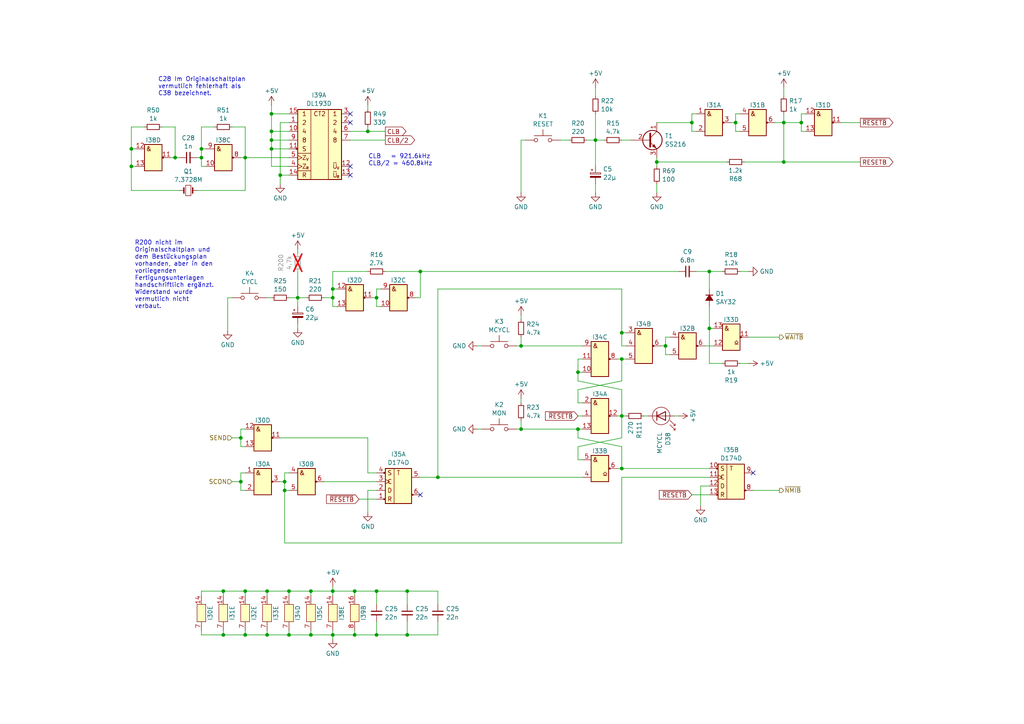
<source format=kicad_sch>
(kicad_sch (version 20230121) (generator eeschema)
  (paper "A4")
  (title_block (title "Takt, Reset, Einzelschrittsteuerung"))
  (junction (at 83.82 171.45))
  (junction (at 102.87 184.15))
  (junction (at 96.52 86.36))
  (junction (at 200.66 35.56))
  (junction (at 151.13 124.46))
  (junction (at 109.22 184.15))
  (junction (at 205.74 95.25))
  (junction (at 77.47 184.15))
  (junction (at 50.8 45.72))
  (junction (at 96.52 184.15))
  (junction (at 127 138.43))
  (junction (at 71.12 171.45))
  (junction (at 190.5 46.99))
  (junction (at 77.47 171.45))
  (junction (at 78.74 33.02))
  (junction (at 82.55 139.7))
  (junction (at 38.1 48.26))
  (junction (at 109.22 171.45))
  (junction (at 118.11 171.45))
  (junction (at 180.34 104.14))
  (junction (at 38.1 43.18))
  (junction (at 227.33 35.56))
  (junction (at 167.64 107.95))
  (junction (at 58.42 43.18))
  (junction (at 82.55 142.24))
  (junction (at 78.74 38.1))
  (junction (at 96.52 171.45))
  (junction (at 58.42 45.72))
  (junction (at 180.34 96.52))
  (junction (at 83.82 184.15))
  (junction (at 193.04 100.33))
  (junction (at 78.74 40.64))
  (junction (at 118.11 184.15))
  (junction (at 121.92 78.74))
  (junction (at 64.77 184.15))
  (junction (at 227.33 46.99))
  (junction (at 69.85 139.7))
  (junction (at 102.87 171.45))
  (junction (at 205.74 78.74))
  (junction (at 96.52 83.82))
  (junction (at 71.12 184.15))
  (junction (at 90.17 184.15))
  (junction (at 69.85 127))
  (junction (at 172.72 40.64))
  (junction (at 109.22 86.36))
  (junction (at 151.13 100.33))
  (junction (at 180.34 120.65))
  (junction (at 180.34 135.89))
  (junction (at 86.36 86.36))
  (junction (at 71.12 45.72))
  (junction (at 106.68 38.1))
  (junction (at 64.77 171.45))
  (junction (at 78.74 43.18))
  (junction (at 213.36 35.56))
  (junction (at 232.41 35.56))
  (junction (at 90.17 171.45))
  (junction (at 81.28 50.8))
  (junction (at 167.64 124.46))
  (no_connect (at 218.44 137.16))
  (no_connect (at 101.6 50.8))
  (no_connect (at 121.92 143.51))
  (no_connect (at 101.6 33.02))
  (no_connect (at 101.6 35.56))
  (no_connect (at 101.6 48.26))
  (wire (pts (xy 180.34 96.52) (xy 181.61 96.52)))
  (wire (pts (xy 215.9 46.99) (xy 227.33 46.99)))
  (wire (pts (xy 50.8 45.72) (xy 50.8 36.83)))
  (wire (pts (xy 180.34 135.89) (xy 179.07 135.89)))
  (wire (pts (xy 180.34 113.03) (xy 180.34 120.65)))
  (wire (pts (xy 77.47 182.88) (xy 77.47 184.15)))
  (wire (pts (xy 104.14 144.78) (xy 109.22 144.78)))
  (wire (pts (xy 58.42 48.26) (xy 58.42 45.72)))
  (wire (pts (xy 118.11 180.34) (xy 118.11 184.15)))
  (wire (pts (xy 58.42 43.18) (xy 59.69 43.18)))
  (wire (pts (xy 200.66 143.51) (xy 205.74 143.51)))
  (wire (pts (xy 90.17 182.88) (xy 90.17 184.15)))
  (wire (pts (xy 83.82 184.15) (xy 90.17 184.15)))
  (wire (pts (xy 58.42 182.88) (xy 58.42 184.15)))
  (wire (pts (xy 214.63 105.41) (xy 217.17 105.41)))
  (wire (pts (xy 194.31 102.87) (xy 193.04 102.87)))
  (wire (pts (xy 120.65 86.36) (xy 121.92 86.36)))
  (wire (pts (xy 205.74 95.25) (xy 205.74 88.9)))
  (wire (pts (xy 151.13 55.88) (xy 151.13 40.64)))
  (wire (pts (xy 57.15 55.245) (xy 71.12 55.245)))
  (wire (pts (xy 39.37 43.18) (xy 38.1 43.18)))
  (wire (pts (xy 167.64 124.46) (xy 167.64 127)))
  (wire (pts (xy 82.55 157.48) (xy 180.34 157.48)))
  (wire (pts (xy 82.55 142.24) (xy 82.55 157.48)))
  (wire (pts (xy 52.07 55.245) (xy 38.1 55.245)))
  (wire (pts (xy 83.82 48.26) (xy 78.74 48.26)))
  (wire (pts (xy 151.13 91.44) (xy 151.13 92.71)))
  (wire (pts (xy 127 138.43) (xy 168.91 138.43)))
  (wire (pts (xy 96.52 78.74) (xy 96.52 83.82)))
  (wire (pts (xy 190.5 46.99) (xy 190.5 48.26)))
  (wire (pts (xy 172.72 25.4) (xy 172.72 27.94)))
  (wire (pts (xy 217.17 97.79) (xy 226.06 97.79)))
  (wire (pts (xy 167.64 120.65) (xy 168.91 120.65)))
  (wire (pts (xy 78.74 38.1) (xy 78.74 40.64)))
  (wire (pts (xy 109.22 180.34) (xy 109.22 184.15)))
  (wire (pts (xy 90.17 171.45) (xy 96.52 171.45)))
  (wire (pts (xy 78.74 30.48) (xy 78.74 33.02)))
  (wire (pts (xy 179.07 104.14) (xy 180.34 104.14)))
  (wire (pts (xy 107.95 86.36) (xy 109.22 86.36)))
  (wire (pts (xy 180.34 40.64) (xy 182.88 40.64)))
  (wire (pts (xy 67.31 127) (xy 69.85 127)))
  (wire (pts (xy 93.98 86.36) (xy 96.52 86.36)))
  (wire (pts (xy 66.04 86.36) (xy 66.04 95.885)))
  (wire (pts (xy 71.12 142.24) (xy 69.85 142.24)))
  (wire (pts (xy 78.74 33.02) (xy 83.82 33.02)))
  (wire (pts (xy 180.34 96.52) (xy 180.34 83.82)))
  (wire (pts (xy 64.77 171.45) (xy 71.12 171.45)))
  (wire (pts (xy 151.13 115.57) (xy 151.13 116.84)))
  (wire (pts (xy 167.64 104.14) (xy 167.64 107.95)))
  (wire (pts (xy 203.2 140.97) (xy 203.2 146.685)))
  (wire (pts (xy 138.43 124.46) (xy 139.7 124.46)))
  (wire (pts (xy 151.13 121.92) (xy 151.13 124.46)))
  (wire (pts (xy 96.52 184.15) (xy 102.87 184.15)))
  (wire (pts (xy 127 171.45) (xy 127 175.26)))
  (wire (pts (xy 96.52 171.45) (xy 96.52 172.72)))
  (wire (pts (xy 168.91 116.84) (xy 167.64 116.84)))
  (wire (pts (xy 69.85 124.46) (xy 71.12 124.46)))
  (wire (pts (xy 200.66 35.56) (xy 200.66 33.02)))
  (wire (pts (xy 109.22 137.16) (xy 106.68 137.16)))
  (wire (pts (xy 86.36 86.36) (xy 86.36 88.9)))
  (wire (pts (xy 71.12 182.88) (xy 71.12 184.15)))
  (wire (pts (xy 109.22 86.36) (xy 109.22 83.82)))
  (wire (pts (xy 109.22 184.15) (xy 118.11 184.15)))
  (wire (pts (xy 64.77 171.45) (xy 64.77 172.72)))
  (wire (pts (xy 106.68 78.74) (xy 96.52 78.74)))
  (wire (pts (xy 201.93 38.1) (xy 200.66 38.1)))
  (wire (pts (xy 205.74 78.74) (xy 209.55 78.74)))
  (wire (pts (xy 181.61 100.33) (xy 180.34 100.33)))
  (wire (pts (xy 190.5 53.34) (xy 190.5 55.88)))
  (wire (pts (xy 83.82 171.45) (xy 90.17 171.45)))
  (wire (pts (xy 121.92 78.74) (xy 196.85 78.74)))
  (wire (pts (xy 109.22 142.24) (xy 106.68 142.24)))
  (wire (pts (xy 101.6 40.64) (xy 111.76 40.64)))
  (wire (pts (xy 180.34 157.48) (xy 180.34 138.43)))
  (wire (pts (xy 102.87 182.88) (xy 102.87 184.15)))
  (wire (pts (xy 69.85 129.54) (xy 69.85 127)))
  (wire (pts (xy 58.42 184.15) (xy 64.77 184.15)))
  (wire (pts (xy 102.87 184.15) (xy 109.22 184.15)))
  (wire (pts (xy 49.53 45.72) (xy 50.8 45.72)))
  (wire (pts (xy 81.28 127) (xy 106.68 127)))
  (wire (pts (xy 58.42 171.45) (xy 64.77 171.45)))
  (wire (pts (xy 243.84 35.56) (xy 249.555 35.56)))
  (wire (pts (xy 86.36 78.74) (xy 86.36 86.36)))
  (wire (pts (xy 121.92 78.74) (xy 121.92 86.36)))
  (wire (pts (xy 96.52 83.82) (xy 96.52 86.36)))
  (wire (pts (xy 180.34 135.89) (xy 205.74 135.89)))
  (wire (pts (xy 172.72 33.02) (xy 172.72 40.64)))
  (wire (pts (xy 78.74 40.64) (xy 78.74 43.18)))
  (wire (pts (xy 232.41 35.56) (xy 232.41 38.1)))
  (wire (pts (xy 233.68 38.1) (xy 232.41 38.1)))
  (wire (pts (xy 106.68 137.16) (xy 106.68 127)))
  (wire (pts (xy 191.77 100.33) (xy 193.04 100.33)))
  (wire (pts (xy 106.68 38.1) (xy 111.76 38.1)))
  (wire (pts (xy 167.64 107.95) (xy 167.64 110.49)))
  (wire (pts (xy 110.49 88.9) (xy 109.22 88.9)))
  (wire (pts (xy 207.01 95.25) (xy 205.74 95.25)))
  (wire (pts (xy 69.85 139.7) (xy 69.85 137.16)))
  (wire (pts (xy 193.04 102.87) (xy 193.04 100.33)))
  (wire (pts (xy 201.93 78.74) (xy 205.74 78.74)))
  (wire (pts (xy 180.34 129.54) (xy 180.34 135.89)))
  (wire (pts (xy 69.85 137.16) (xy 71.12 137.16)))
  (wire (pts (xy 96.52 83.82) (xy 97.79 83.82)))
  (wire (pts (xy 69.85 127) (xy 69.85 124.46)))
  (wire (pts (xy 200.66 35.56) (xy 200.66 38.1)))
  (wire (pts (xy 71.12 171.45) (xy 71.12 172.72)))
  (wire (pts (xy 83.82 171.45) (xy 83.82 172.72)))
  (wire (pts (xy 118.11 171.45) (xy 127 171.45)))
  (wire (pts (xy 212.09 35.56) (xy 213.36 35.56)))
  (wire (pts (xy 71.12 45.72) (xy 83.82 45.72)))
  (wire (pts (xy 118.11 184.15) (xy 127 184.15)))
  (wire (pts (xy 96.52 184.15) (xy 96.52 185.42)))
  (wire (pts (xy 38.1 43.18) (xy 38.1 48.26)))
  (wire (pts (xy 195.58 120.65) (xy 196.85 120.65)))
  (wire (pts (xy 81.28 35.56) (xy 83.82 35.56)))
  (wire (pts (xy 149.86 124.46) (xy 151.13 124.46)))
  (wire (pts (xy 83.82 182.88) (xy 83.82 184.15)))
  (wire (pts (xy 186.69 120.65) (xy 187.96 120.65)))
  (wire (pts (xy 90.17 184.15) (xy 96.52 184.15)))
  (wire (pts (xy 38.1 55.245) (xy 38.1 48.26)))
  (wire (pts (xy 151.13 124.46) (xy 167.64 124.46)))
  (wire (pts (xy 170.18 40.64) (xy 172.72 40.64)))
  (wire (pts (xy 62.23 36.83) (xy 58.42 36.83)))
  (wire (pts (xy 102.87 171.45) (xy 102.87 172.72)))
  (wire (pts (xy 77.47 184.15) (xy 83.82 184.15)))
  (wire (pts (xy 71.12 184.15) (xy 77.47 184.15)))
  (wire (pts (xy 172.72 53.34) (xy 172.72 55.88)))
  (wire (pts (xy 64.77 182.88) (xy 64.77 184.15)))
  (wire (pts (xy 38.1 48.26) (xy 39.37 48.26)))
  (wire (pts (xy 214.63 78.74) (xy 217.17 78.74)))
  (wire (pts (xy 102.87 171.45) (xy 109.22 171.45)))
  (wire (pts (xy 81.28 139.7) (xy 82.55 139.7)))
  (wire (pts (xy 193.04 97.79) (xy 194.31 97.79)))
  (wire (pts (xy 81.28 50.8) (xy 83.82 50.8)))
  (wire (pts (xy 180.34 127) (xy 180.34 120.65)))
  (wire (pts (xy 82.55 139.7) (xy 82.55 142.24)))
  (wire (pts (xy 96.52 170.18) (xy 96.52 171.45)))
  (wire (pts (xy 190.5 46.99) (xy 210.82 46.99)))
  (wire (pts (xy 81.28 50.8) (xy 81.28 35.56)))
  (wire (pts (xy 109.22 171.45) (xy 109.22 175.26)))
  (wire (pts (xy 224.79 35.56) (xy 227.33 35.56)))
  (wire (pts (xy 179.07 120.65) (xy 180.34 120.65)))
  (wire (pts (xy 71.12 129.54) (xy 69.85 129.54)))
  (wire (pts (xy 67.31 36.83) (xy 71.12 36.83)))
  (wire (pts (xy 77.47 171.45) (xy 83.82 171.45)))
  (wire (pts (xy 78.74 43.18) (xy 78.74 48.26)))
  (wire (pts (xy 127 184.15) (xy 127 180.34)))
  (wire (pts (xy 38.1 36.83) (xy 38.1 43.18)))
  (wire (pts (xy 50.8 45.72) (xy 52.07 45.72)))
  (wire (pts (xy 86.36 93.98) (xy 86.36 95.25)))
  (wire (pts (xy 83.82 86.36) (xy 86.36 86.36)))
  (wire (pts (xy 180.34 138.43) (xy 205.74 138.43)))
  (wire (pts (xy 167.64 133.35) (xy 167.64 129.54)))
  (wire (pts (xy 90.17 171.45) (xy 90.17 172.72)))
  (wire (pts (xy 86.36 86.36) (xy 88.9 86.36)))
  (wire (pts (xy 167.64 110.49) (xy 180.34 113.03)))
  (wire (pts (xy 227.33 25.4) (xy 227.33 27.94)))
  (wire (pts (xy 71.12 55.245) (xy 71.12 45.72)))
  (wire (pts (xy 96.52 171.45) (xy 102.87 171.45)))
  (wire (pts (xy 233.68 33.02) (xy 232.41 33.02)))
  (wire (pts (xy 106.68 36.83) (xy 106.68 38.1)))
  (wire (pts (xy 96.52 86.36) (xy 96.52 88.9)))
  (wire (pts (xy 58.42 45.72) (xy 58.42 43.18)))
  (wire (pts (xy 82.55 137.16) (xy 83.82 137.16)))
  (wire (pts (xy 67.31 86.36) (xy 66.04 86.36)))
  (wire (pts (xy 69.85 45.72) (xy 71.12 45.72)))
  (wire (pts (xy 58.42 36.83) (xy 58.42 43.18)))
  (wire (pts (xy 46.99 36.83) (xy 50.8 36.83)))
  (wire (pts (xy 81.28 53.34) (xy 81.28 50.8)))
  (wire (pts (xy 101.6 38.1) (xy 106.68 38.1)))
  (wire (pts (xy 205.74 95.25) (xy 205.74 105.41)))
  (wire (pts (xy 167.64 107.95) (xy 168.91 107.95)))
  (wire (pts (xy 227.33 46.99) (xy 227.33 35.56)))
  (wire (pts (xy 71.12 171.45) (xy 77.47 171.45)))
  (wire (pts (xy 205.74 78.74) (xy 205.74 83.82)))
  (wire (pts (xy 180.34 110.49) (xy 180.34 104.14)))
  (wire (pts (xy 168.91 133.35) (xy 167.64 133.35)))
  (wire (pts (xy 180.34 120.65) (xy 181.61 120.65)))
  (wire (pts (xy 232.41 33.02) (xy 232.41 35.56)))
  (wire (pts (xy 151.13 100.33) (xy 168.91 100.33)))
  (wire (pts (xy 167.64 129.54) (xy 180.34 127)))
  (wire (pts (xy 200.66 33.02) (xy 201.93 33.02)))
  (wire (pts (xy 172.72 40.64) (xy 172.72 48.26)))
  (wire (pts (xy 193.04 100.33) (xy 193.04 97.79)))
  (wire (pts (xy 205.74 140.97) (xy 203.2 140.97)))
  (wire (pts (xy 82.55 137.16) (xy 82.55 139.7)))
  (wire (pts (xy 109.22 171.45) (xy 118.11 171.45)))
  (wire (pts (xy 109.22 88.9) (xy 109.22 86.36)))
  (wire (pts (xy 180.34 100.33) (xy 180.34 96.52)))
  (wire (pts (xy 71.12 45.72) (xy 71.12 36.83)))
  (wire (pts (xy 96.52 182.88) (xy 96.52 184.15)))
  (wire (pts (xy 167.64 127) (xy 180.34 129.54)))
  (wire (pts (xy 41.91 36.83) (xy 38.1 36.83)))
  (wire (pts (xy 213.36 38.1) (xy 213.36 35.56)))
  (wire (pts (xy 78.74 38.1) (xy 83.82 38.1)))
  (wire (pts (xy 57.15 45.72) (xy 58.42 45.72)))
  (wire (pts (xy 227.33 35.56) (xy 227.33 33.02)))
  (wire (pts (xy 97.79 88.9) (xy 96.52 88.9)))
  (wire (pts (xy 93.98 139.7) (xy 109.22 139.7)))
  (wire (pts (xy 167.64 113.03) (xy 180.34 110.49)))
  (wire (pts (xy 205.74 105.41) (xy 209.55 105.41)))
  (wire (pts (xy 127 83.82) (xy 127 138.43)))
  (wire (pts (xy 121.92 78.74) (xy 111.76 78.74)))
  (wire (pts (xy 67.31 139.7) (xy 69.85 139.7)))
  (wire (pts (xy 214.63 38.1) (xy 213.36 38.1)))
  (wire (pts (xy 190.5 45.72) (xy 190.5 46.99)))
  (wire (pts (xy 77.47 171.45) (xy 77.47 172.72)))
  (wire (pts (xy 121.92 138.43) (xy 127 138.43)))
  (wire (pts (xy 204.47 100.33) (xy 207.01 100.33)))
  (wire (pts (xy 106.68 142.24) (xy 106.68 148.59)))
  (wire (pts (xy 64.77 184.15) (xy 71.12 184.15)))
  (wire (pts (xy 86.36 72.39) (xy 86.36 73.66)))
  (wire (pts (xy 218.44 142.24) (xy 226.06 142.24)))
  (wire (pts (xy 213.36 35.56) (xy 213.36 33.02)))
  (wire (pts (xy 58.42 172.72) (xy 58.42 171.45)))
  (wire (pts (xy 138.43 100.33) (xy 139.7 100.33)))
  (wire (pts (xy 118.11 171.45) (xy 118.11 175.26)))
  (wire (pts (xy 69.85 142.24) (xy 69.85 139.7)))
  (wire (pts (xy 180.34 104.14) (xy 181.61 104.14)))
  (wire (pts (xy 78.74 40.64) (xy 83.82 40.64)))
  (wire (pts (xy 59.69 48.26) (xy 58.42 48.26)))
  (wire (pts (xy 106.68 30.48) (xy 106.68 31.75)))
  (wire (pts (xy 167.64 104.14) (xy 168.91 104.14)))
  (wire (pts (xy 190.5 35.56) (xy 200.66 35.56)))
  (wire (pts (xy 167.64 116.84) (xy 167.64 113.03)))
  (wire (pts (xy 213.36 33.02) (xy 214.63 33.02)))
  (wire (pts (xy 180.34 83.82) (xy 127 83.82)))
  (wire (pts (xy 83.82 142.24) (xy 82.55 142.24)))
  (wire (pts (xy 109.22 83.82) (xy 110.49 83.82)))
  (wire (pts (xy 232.41 35.56) (xy 227.33 35.56)))
  (wire (pts (xy 227.33 46.99) (xy 249.555 46.99)))
  (wire (pts (xy 151.13 40.64) (xy 152.4 40.64)))
  (wire (pts (xy 162.56 40.64) (xy 165.1 40.64)))
  (wire (pts (xy 172.72 40.64) (xy 175.26 40.64)))
  (wire (pts (xy 77.47 86.36) (xy 78.74 86.36)))
  (wire (pts (xy 151.13 97.79) (xy 151.13 100.33)))
  (wire (pts (xy 149.86 100.33) (xy 151.13 100.33)))
  (wire (pts (xy 167.64 124.46) (xy 168.91 124.46)))
  (wire (pts (xy 78.74 43.18) (xy 83.82 43.18)))
  (wire (pts (xy 78.74 33.02) (xy 78.74 38.1)))
  (text_box "R200 nicht im Originalschaltplan und dem Bestückungsplan vorhanden, aber in den vorliegenden Fertigungsunterlagen handschriftlich ergänzt. Widerstand wurde vermutlich nicht verbaut." (at 38.1 68.58 0) (size 25.4 22.86) (stroke (width -0.0001)) (effects (font (size 1.27 1.27)) (justify left top)))
  (text "C28 Im Originalschaltplan\nvermutlich fehlerhaft als\nC38 bezeichnet." (at 45.847 27.94 0) (effects (font (size 1.27 1.27)) (justify left bottom)))
  (text "CLB   = 921.6kHz\nCLB/2 = 460.8kHz" (at 106.807 48.26 0) (effects (font (size 1.27 1.27)) (justify left bottom)))
  (global_label "~{RESETB}" (shape input) (at 104.14 144.78 180) (property "Intersheetrefs" "${INTERSHEET_REFS}" (effects hide)))
  (global_label "~{RESETB}" (shape input) (at 200.66 143.51 180) (property "Intersheetrefs" "${INTERSHEET_REFS}" (effects hide)))
  (global_label "~{RESETB}" (shape input) (at 167.64 120.65 180) (property "Intersheetrefs" "${INTERSHEET_REFS}" (effects hide)))
  (global_label "CLB" (shape output) (at 111.76 38.1 0) (property "Intersheetrefs" "${INTERSHEET_REFS}" (effects hide)))
  (global_label "CLB{slash}2" (shape output) (at 111.76 40.64 0) (property "Intersheetrefs" "${INTERSHEET_REFS}" (effects hide)))
  (global_label "RESETB" (shape output) (at 249.555 46.99 0) (property "Intersheetrefs" "${INTERSHEET_REFS}" (effects hide)))
  (global_label "~{RESETB}" (shape output) (at 249.555 35.56 0) (property "Intersheetrefs" "${INTERSHEET_REFS}" (effects hide)))
  (hierarchical_label "~{WAITB}" (shape output) (at 226.06 97.79 0))
  (hierarchical_label "~{NMIB}" (shape output) (at 226.06 142.24 0))
  (hierarchical_label "SCON" (shape input) (at 67.31 139.7 180))
  (hierarchical_label "SEND" (shape input) (at 67.31 127 180))
  (symbol (lib_name "D110D_2") (lib_id "RFT_Digitalschaltkreise:D110D") (at 173.99 120.65 0) (unit 1)
    (property "Reference" "I34" (at 173.99 114.3 0))
    (property "Value" "D110D" (effects hide))
    (property "Datasheet" "https://www-user.tu-chemnitz.de/~heha/basteln/Konsumg%C3%BCter/DDR-Halbleiter/d110.gif" (effects hide))
  )
  (symbol (lib_id "power:GND") (at 138.43 100.33 270) (unit 1)
    (property "Reference" "#PWR056" (effects hide))
    (property "Value" "GND" (at 135.2551 100.33 90) (effects (justify right)))
  )
  (symbol (lib_id "power:+5V") (at 78.74 30.48 0) (unit 1)
    (property "Reference" "#PWR043" (effects hide))
    (property "Value" "+5V" (at 78.74 26.3469 0))
  )
  (symbol (lib_id "Device:C_Small") (at 199.39 78.74 90) (unit 1)
    (property "Reference" "C9" (at 199.3963 73.0336 90))
    (property "Value" "6.8n" (at 199.3963 75.4578 90))
  )
  (symbol (lib_id "Device:Crystal_Small") (at 54.61 55.245 0) (unit 1)
    (property "Reference" "Q1" (at 54.61 49.7037 0))
    (property "Value" "7.3728M" (at 54.61 52.1279 0))
  )
  (symbol (lib_id "power:GND") (at 86.36 95.25 0) (unit 1)
    (property "Reference" "#PWR058" (effects hide))
    (property "Value" "GND" (at 86.36 99.3831 0))
  )
  (symbol (lib_id "power:GND") (at 203.2 146.685 0) (unit 1)
    (property "Reference" "#PWR052" (effects hide))
    (property "Value" "GND" (at 203.2 150.8181 0))
  )
  (symbol (lib_id "RFT_Digitalschaltkreise:D103D") (at 173.99 135.89 0) (unit 2)
    (property "Reference" "I33" (at 173.99 130.81 0))
    (property "Value" "D103D" (effects hide))
    (property "Datasheet" "https://www-user.tu-chemnitz.de/~heha/basteln/Konsumg%C3%BCter/DDR-Halbleiter/d103.gif" (effects hide))
  )
  (symbol (lib_id "power:GND") (at 151.13 55.88 0) (unit 1)
    (property "Reference" "#PWR049" (effects hide))
    (property "Value" "GND" (at 151.13 60.0131 0))
  )
  (symbol (lib_id "RFT_Digitalschaltkreise:D100D") (at 199.39 100.33 0) (unit 2)
    (property "Reference" "I32" (at 199.39 95.25 0))
    (property "Value" "D100D" (effects hide))
    (property "Datasheet" "https://www-user.tu-chemnitz.de/~heha/basteln/Konsumg%C3%BCter/DDR-Halbleiter/d100.gif" (effects hide))
  )
  (symbol (lib_id "Switch:SW_Push") (at 144.78 124.46 0) (unit 1)
    (property "Reference" "K2" (at 144.78 117.3947 0))
    (property "Value" "MON" (at 144.78 119.8189 0))
  )
  (symbol (lib_id "Device:R_Small") (at 151.13 95.25 0) (unit 1)
    (property "Reference" "R24" (at 152.6286 94.0379 0) (effects (justify left)))
    (property "Value" "4.7k" (at 152.6286 96.4621 0) (effects (justify left)))
  )
  (symbol (lib_id "Device:C_Polarized_Small") (at 86.36 91.44 0) (unit 1)
    (property "Reference" "C6" (at 88.519 89.6818 0) (effects (justify left)))
    (property "Value" "22µ" (at 88.519 92.106 0) (effects (justify left)))
  )
  (symbol (lib_id "Device:R_Small") (at 184.15 120.65 270) (unit 1)
    (property "Reference" "R111" (at 185.3621 122.1486 0) (effects (justify left)))
    (property "Value" "270" (at 182.9379 122.1486 0) (effects (justify left)))
  )
  (symbol (lib_id "RFT_Digitalschaltkreise:D100D") (at 64.77 177.8 0) (unit 5)
    (property "Reference" "I31" (at 67.31 177.8 90))
    (property "Value" "D100D" (effects hide))
    (property "Datasheet" "https://www-user.tu-chemnitz.de/~heha/basteln/Konsumg%C3%BCter/DDR-Halbleiter/d100.gif" (effects hide))
  )
  (symbol (lib_id "Device:R_Small") (at 106.68 34.29 180) (unit 1)
    (property "Reference" "R49" (at 108.1786 33.0779 0) (effects (justify right)))
    (property "Value" "330" (at 108.1786 35.5021 0) (effects (justify right)))
  )
  (symbol (lib_id "Switch:SW_Push") (at 144.78 100.33 0) (unit 1)
    (property "Reference" "K3" (at 144.78 93.2647 0))
    (property "Value" "MCYCL" (at 144.78 95.6889 0))
  )
  (symbol (lib_id "power:GND") (at 190.5 55.88 0) (unit 1)
    (property "Reference" "#PWR048" (effects hide))
    (property "Value" "GND" (at 190.5 60.0131 0))
  )
  (symbol (lib_id "Device:R_Small") (at 81.28 86.36 90) (unit 1)
    (property "Reference" "R25" (at 81.28 81.4791 90))
    (property "Value" "150" (at 81.28 83.9033 90))
  )
  (symbol (lib_id "Device:R_Small") (at 212.09 78.74 270) (mirror x) (unit 1)
    (property "Reference" "R18" (at 212.09 73.8591 90))
    (property "Value" "1.2k" (at 212.09 76.2833 90))
  )
  (symbol (lib_id "power:GND") (at 66.04 95.885 0) (unit 1)
    (property "Reference" "#PWR059" (effects hide))
    (property "Value" "GND" (at 66.04 100.0181 0))
  )
  (symbol (lib_id "power:GND") (at 217.17 78.74 90) (unit 1)
    (property "Reference" "#PWR061" (effects hide))
    (property "Value" "GND" (at 220.345 78.74 90) (effects (justify right)))
  )
  (symbol (lib_id "power:+5V") (at 196.85 120.65 270) (unit 1)
    (property "Reference" "#PWR057" (effects hide))
    (property "Value" "+5V" (at 200.9831 120.65 0))
  )
  (symbol (lib_id "RFT_Digitalschaltkreise:D174D") (at 115.57 140.97 0) (unit 1)
    (property "Reference" "I35" (at 115.57 131.7457 0))
    (property "Value" "D174D" (at 115.57 134.1699 0))
    (property "Datasheet" "https://www-user.tu-chemnitz.de/~heha/basteln/Konsumg%C3%BCter/DDR-Halbleiter/d174.gif" (effects hide))
  )
  (symbol (lib_id "RFT_Digitalschaltkreise:DL193D") (at 92.71 41.91 0) (unit 1)
    (property "Reference" "I39" (at 92.5195 27.6057 0))
    (property "Value" "DL193D" (at 92.5195 30.0299 0))
    (property "Datasheet" "https://www-user.tu-chemnitz.de/~heha/basteln/Konsumg%C3%BCter/DDR-Halbleiter/dl192.gif" (effects hide))
  )
  (symbol (lib_id "RFT_Digitalschaltkreise:D100D") (at 71.12 177.8 0) (unit 5)
    (property "Reference" "I32" (at 73.66 177.8 90))
    (property "Value" "D100D" (effects hide))
    (property "Datasheet" "https://www-user.tu-chemnitz.de/~heha/basteln/Konsumg%C3%BCter/DDR-Halbleiter/d100.gif" (effects hide))
  )
  (symbol (lib_id "Device:R_Small") (at 86.36 76.2 180) (unit 1) (in_bom no) (dnp yes)
    (property "Reference" "R200" (at 81.4791 76.2 90))
    (property "Value" "4.7k" (at 83.9033 76.2 90))
  )
  (symbol (lib_id "RFT_Digitalschaltkreise:D110D") (at 83.82 177.8 0) (unit 4)
    (property "Reference" "I34" (at 86.36 177.8 90))
    (property "Value" "D110D" (effects hide))
    (property "Datasheet" "https://www-user.tu-chemnitz.de/~heha/basteln/Konsumg%C3%BCter/DDR-Halbleiter/d110.gif" (effects hide))
  )
  (symbol (lib_id "Switch:SW_Push") (at 157.48 40.64 0) (unit 1)
    (property "Reference" "K1" (at 157.48 33.5747 0))
    (property "Value" "RESET" (at 157.48 35.9989 0))
  )
  (symbol (lib_id "RFT_Digitalschaltkreise:D100D") (at 76.2 127 0) (unit 4)
    (property "Reference" "I30" (at 76.2 121.92 0))
    (property "Value" "D100D" (effects hide))
    (property "Datasheet" "https://www-user.tu-chemnitz.de/~heha/basteln/Konsumg%C3%BCter/DDR-Halbleiter/d100.gif" (effects hide))
  )
  (symbol (lib_id "power:GND") (at 106.68 148.59 0) (unit 1)
    (property "Reference" "#PWR051" (effects hide))
    (property "Value" "GND" (at 106.68 152.7231 0))
  )
  (symbol (lib_id "Device:R_Small") (at 151.13 119.38 0) (unit 1)
    (property "Reference" "R23" (at 152.6286 118.1679 0) (effects (justify left)))
    (property "Value" "4.7k" (at 152.6286 120.5921 0) (effects (justify left)))
  )
  (symbol (lib_id "RFT_Transistoren_und_Dioden:SS216") (at 187.96 40.64 0) (unit 1)
    (property "Reference" "T1" (at 192.8114 39.4279 0) (effects (justify left)))
    (property "Value" "SS216" (at 192.8114 41.8521 0) (effects (justify left)))
    (property "Footprint" "RFT_sonstiges:T_E-Line_P2.5mm_Vertical" (effects hide))
    (property "Datasheet" "https://www-user.tu-chemnitz.de/~heha/basteln/Konsumg%C3%BCter/DDR-Halbleiter/ss216.gif" (effects hide))
  )
  (symbol (lib_id "Device:R_Small") (at 91.44 86.36 90) (unit 1)
    (property "Reference" "R21" (at 91.44 81.4791 90))
    (property "Value" "220" (at 91.44 83.9033 90))
  )
  (symbol (lib_id "Device:C_Polarized_Small") (at 172.72 50.8 0) (unit 1)
    (property "Reference" "C5" (at 174.879 49.0418 0) (effects (justify left)))
    (property "Value" "22µ" (at 174.879 51.466 0) (effects (justify left)))
  )
  (symbol (lib_id "power:+5V") (at 227.33 25.4 0) (unit 1)
    (property "Reference" "#PWR050" (effects hide))
    (property "Value" "+5V" (at 227.33 21.2669 0))
  )
  (symbol (lib_id "power:+5V") (at 151.13 115.57 0) (unit 1)
    (property "Reference" "#PWR053" (effects hide))
    (property "Value" "+5V" (at 151.13 111.4369 0))
  )
  (symbol (lib_id "RFT_Digitalschaltkreise:DL193D") (at 102.87 177.8 0) (unit 2)
    (property "Reference" "I39" (at 105.41 177.8 90))
    (property "Value" "DL193D" (effects hide))
    (property "Datasheet" "https://www-user.tu-chemnitz.de/~heha/basteln/Konsumg%C3%BCter/DDR-Halbleiter/dl192.gif" (effects hide))
  )
  (symbol (lib_id "RFT_Digitalschaltkreise:D100D") (at 88.9 139.7 0) (unit 2)
    (property "Reference" "I30" (at 88.9 134.62 0))
    (property "Value" "D100D" (effects hide))
    (property "Datasheet" "https://www-user.tu-chemnitz.de/~heha/basteln/Konsumg%C3%BCter/DDR-Halbleiter/d100.gif" (effects hide))
  )
  (symbol (lib_id "RFT_Transistoren_und_Dioden:SAY32") (at 205.74 86.36 270) (unit 1)
    (property "Reference" "D1" (at 207.518 85.1479 90) (effects (justify left)))
    (property "Value" "SAY32" (at 207.518 87.5721 90) (effects (justify left)))
    (property "Footprint" "RFT_sonstiges:D_E-Line_01x02_P2.5mm_Vertical_KA" (effects hide))
    (property "Datasheet" "https://www-user.tu-chemnitz.de/~heha/basteln/Konsumg%C3%BCter/DDR-Halbleiter/say30.gif" (effects hide))
  )
  (symbol (lib_id "Device:R_Small") (at 212.09 105.41 270) (unit 1)
    (property "Reference" "R19" (at 212.09 110.2909 90))
    (property "Value" "1k" (at 212.09 107.8667 90))
  )
  (symbol (lib_name "D110D_1") (lib_id "RFT_Digitalschaltkreise:D110D") (at 186.69 100.33 0) (unit 2)
    (property "Reference" "I34" (at 186.69 93.98 0))
    (property "Value" "D110D" (effects hide))
    (property "Datasheet" "https://www-user.tu-chemnitz.de/~heha/basteln/Konsumg%C3%BCter/DDR-Halbleiter/d110.gif" (effects hide))
  )
  (symbol (lib_id "power:+5V") (at 96.52 170.18 0) (unit 1)
    (property "Reference" "#PWR062" (effects hide))
    (property "Value" "+5V" (at 96.52 166.0469 0))
  )
  (symbol (lib_id "RFT_Digitalschaltkreise:D100D") (at 64.77 45.72 0) (unit 3)
    (property "Reference" "I38" (at 64.77 40.64 0))
    (property "Value" "D100D" (effects hide))
    (property "Datasheet" "https://www-user.tu-chemnitz.de/~heha/basteln/Konsumg%C3%BCter/DDR-Halbleiter/d100.gif" (effects hide))
  )
  (symbol (lib_id "Switch:SW_Push") (at 72.39 86.36 0) (unit 1)
    (property "Reference" "K4" (at 72.39 79.2947 0))
    (property "Value" "CYCL" (at 72.39 81.7189 0))
  )
  (symbol (lib_id "power:GND") (at 138.43 124.46 270) (unit 1)
    (property "Reference" "#PWR055" (effects hide))
    (property "Value" "GND" (at 135.2551 124.46 90) (effects (justify right)))
  )
  (symbol (lib_id "power:+5V") (at 172.72 25.4 0) (unit 1)
    (property "Reference" "#PWR046" (effects hide))
    (property "Value" "+5V" (at 172.72 21.2669 0))
  )
  (symbol (lib_id "RFT_Digitalschaltkreise:D174D") (at 90.17 177.8 0) (unit 3)
    (property "Reference" "I35" (at 92.71 177.8 90))
    (property "Value" "D174D" (effects hide))
    (property "Datasheet" "https://www-user.tu-chemnitz.de/~heha/basteln/Konsumg%C3%BCter/DDR-Halbleiter/d174.gif" (effects hide))
  )
  (symbol (lib_id "power:GND") (at 172.72 55.88 0) (unit 1)
    (property "Reference" "#PWR047" (effects hide))
    (property "Value" "GND" (at 172.72 60.0131 0))
  )
  (symbol (lib_id "RFT_Digitalschaltkreise:D100D") (at 44.45 45.72 0) (unit 4)
    (property "Reference" "I38" (at 44.45 40.64 0))
    (property "Value" "D100D" (effects hide))
    (property "Datasheet" "https://www-user.tu-chemnitz.de/~heha/basteln/Konsumg%C3%BCter/DDR-Halbleiter/d100.gif" (effects hide))
  )
  (symbol (lib_id "Device:C_Small") (at 109.22 177.8 0) (unit 1)
    (property "Reference" "C25" (at 111.5441 176.5942 0) (effects (justify left)))
    (property "Value" "22n" (at 111.5441 179.0184 0) (effects (justify left)))
    (instances (project "pc880" (path "" (reference "C25") (unit 1)) (path "" (reference "C7") (unit 1))))
  )
  (symbol (lib_id "Device:C_Small") (at 118.11 177.8 0) (unit 1)
    (property "Reference" "C25" (at 120.4341 176.5942 0) (effects (justify left)))
    (property "Value" "22n" (at 120.4341 179.0184 0) (effects (justify left)))
    (instances (project "pc880" (path "" (reference "C25") (unit 1)) (path "" (reference "C8") (unit 1))))
  )
  (symbol (lib_id "power:GND") (at 96.52 185.42 0) (unit 1)
    (property "Reference" "#PWR063" (effects hide))
    (property "Value" "GND" (at 96.52 189.5531 0))
  )
  (symbol (lib_id "RFT_Digitalschaltkreise:D100D") (at 207.01 35.56 0) (unit 1)
    (property "Reference" "I31" (at 207.01 30.48 0))
    (property "Value" "D100D" (effects hide))
    (property "Datasheet" "https://www-user.tu-chemnitz.de/~heha/basteln/Konsumg%C3%BCter/DDR-Halbleiter/d100.gif" (effects hide))
  )
  (symbol (lib_id "RFT_Digitalschaltkreise:D100D") (at 102.87 86.36 0) (unit 4)
    (property "Reference" "I32" (at 102.87 81.28 0))
    (property "Value" "D100D" (effects hide))
    (property "Datasheet" "https://www-user.tu-chemnitz.de/~heha/basteln/Konsumg%C3%BCter/DDR-Halbleiter/d100.gif" (effects hide))
  )
  (symbol (lib_id "Device:C_Small") (at 127 177.8 0) (unit 1)
    (property "Reference" "C25" (at 129.3241 176.5942 0) (effects (justify left)))
    (property "Value" "22n" (at 129.3241 179.0184 0) (effects (justify left)))
    (instances (project "pc880" (path "" (reference "C25") (unit 1)) (path "" (reference "C27") (unit 1))))
  )
  (symbol (lib_id "Device:C_Small") (at 54.61 45.72 90) (unit 1)
    (property "Reference" "C28" (at 54.6163 40.0136 90))
    (property "Value" "1n" (at 54.6163 42.4378 90))
  )
  (symbol (lib_id "RFT_Digitalschaltkreise:D174D") (at 212.09 139.7 0) (unit 2)
    (property "Reference" "I35" (at 212.09 130.4757 0))
    (property "Value" "D174D" (at 212.09 132.8999 0))
    (property "Datasheet" "https://www-user.tu-chemnitz.de/~heha/basteln/Konsumg%C3%BCter/DDR-Halbleiter/d174.gif" (effects hide))
  )
  (symbol (lib_id "power:+5V") (at 106.68 30.48 0) (unit 1)
    (property "Reference" "#PWR045" (effects hide))
    (property "Value" "+5V" (at 106.68 26.3469 0))
  )
  (symbol (lib_id "Device:R_Small") (at 109.22 78.74 90) (unit 1)
    (property "Reference" "R16" (at 109.22 73.8591 90))
    (property "Value" "2.7k" (at 109.22 76.2833 90))
  )
  (symbol (lib_name "D110D_3") (lib_id "RFT_Digitalschaltkreise:D110D") (at 173.99 104.14 0) (unit 3)
    (property "Reference" "I34" (at 173.99 97.79 0))
    (property "Value" "D110D" (effects hide))
    (property "Datasheet" "https://www-user.tu-chemnitz.de/~heha/basteln/Konsumg%C3%BCter/DDR-Halbleiter/d110.gif" (effects hide))
  )
  (symbol (lib_id "RFT_Optoelektronik:VQA13") (at 191.77 120.65 270) (unit 1)
    (property "Reference" "D38" (at 193.7441 125.349 0) (effects (justify left)))
    (property "Value" "MCYCL" (at 191.3199 125.349 0) (effects (justify left)))
    (property "Datasheet" "https://www-user.tu-chemnitz.de/~heha/basteln/Konsumg%C3%BCter/DDR-Halbleiter/vqa13.gif" (effects hide))
  )
  (symbol (lib_id "power:GND") (at 81.28 53.34 0) (unit 1)
    (property "Reference" "#PWR044" (effects hide))
    (property "Value" "GND" (at 81.28 57.4731 0))
  )
  (symbol (lib_id "Device:R_Small") (at 190.5 50.8 0) (unit 1)
    (property "Reference" "R69" (at 191.9986 49.5879 0) (effects (justify left)))
    (property "Value" "100" (at 191.9986 52.0121 0) (effects (justify left)))
  )
  (symbol (lib_id "RFT_Digitalschaltkreise:D100D") (at 96.52 177.8 0) (unit 5)
    (property "Reference" "I38" (at 99.06 177.8 90))
    (property "Value" "D100D" (effects hide))
    (property "Datasheet" "https://www-user.tu-chemnitz.de/~heha/basteln/Konsumg%C3%BCter/DDR-Halbleiter/d100.gif" (effects hide))
  )
  (symbol (lib_id "power:+5V") (at 86.36 72.39 0) (unit 1)
    (property "Reference" "#PWR0107" (effects hide))
    (property "Value" "+5V" (at 86.36 68.2569 0))
  )
  (symbol (lib_name "D103D_3") (lib_id "RFT_Digitalschaltkreise:D103D") (at 212.09 97.79 0) (unit 4)
    (property "Reference" "I33" (at 212.09 92.71 0))
    (property "Value" "D103D" (effects hide))
    (property "Datasheet" "https://www-user.tu-chemnitz.de/~heha/basteln/Konsumg%C3%BCter/DDR-Halbleiter/d103.gif" (effects hide))
  )
  (symbol (lib_id "power:+5V") (at 151.13 91.44 0) (unit 1)
    (property "Reference" "#PWR054" (effects hide))
    (property "Value" "+5V" (at 151.13 87.3069 0))
  )
  (symbol (lib_id "Device:R_Small") (at 213.36 46.99 90) (mirror x) (unit 1)
    (property "Reference" "R68" (at 213.36 51.8709 90))
    (property "Value" "1.2k" (at 213.36 49.4467 90))
  )
  (symbol (lib_id "RFT_Digitalschaltkreise:D100D") (at 115.57 86.36 0) (unit 3)
    (property "Reference" "I32" (at 115.57 81.28 0))
    (property "Value" "D100D" (effects hide))
    (property "Datasheet" "https://www-user.tu-chemnitz.de/~heha/basteln/Konsumg%C3%BCter/DDR-Halbleiter/d100.gif" (effects hide))
  )
  (symbol (lib_id "RFT_Digitalschaltkreise:D100D") (at 58.42 177.8 0) (unit 5)
    (property "Reference" "I30" (at 60.96 177.8 90))
    (property "Value" "D100D" (effects hide))
    (property "Datasheet" "https://www-user.tu-chemnitz.de/~heha/basteln/Konsumg%C3%BCter/DDR-Halbleiter/d100.gif" (effects hide))
  )
  (symbol (lib_id "RFT_Digitalschaltkreise:D100D") (at 219.71 35.56 0) (unit 2)
    (property "Reference" "I31" (at 219.71 30.48 0))
    (property "Value" "D100D" (effects hide))
    (property "Datasheet" "https://www-user.tu-chemnitz.de/~heha/basteln/Konsumg%C3%BCter/DDR-Halbleiter/d100.gif" (effects hide))
  )
  (symbol (lib_name "D103D_2") (lib_id "RFT_Digitalschaltkreise:D103D") (at 77.47 177.8 0) (unit 5)
    (property "Reference" "I33" (at 80.01 177.8 90))
    (property "Value" "D103D" (effects hide))
    (property "Datasheet" "https://www-user.tu-chemnitz.de/~heha/basteln/Konsumg%C3%BCter/DDR-Halbleiter/d103.gif" (effects hide))
  )
  (symbol (lib_id "power:+5V") (at 217.17 105.41 270) (unit 1)
    (property "Reference" "#PWR060" (effects hide))
    (property "Value" "+5V" (at 220.345 105.41 90) (effects (justify left)))
  )
  (symbol (lib_id "RFT_Digitalschaltkreise:D100D") (at 76.2 139.7 0) (unit 1)
    (property "Reference" "I30" (at 76.2 134.62 0))
    (property "Value" "D100D" (effects hide))
    (property "Datasheet" "https://www-user.tu-chemnitz.de/~heha/basteln/Konsumg%C3%BCter/DDR-Halbleiter/d100.gif" (effects hide))
  )
  (symbol (lib_id "Device:R_Small") (at 64.77 36.83 90) (unit 1)
    (property "Reference" "R51" (at 64.77 31.9491 90))
    (property "Value" "1k" (at 64.77 34.3733 90))
  )
  (symbol (lib_id "Device:R_Small") (at 177.8 40.64 90) (unit 1)
    (property "Reference" "R15" (at 177.8 35.7591 90))
    (property "Value" "4.7k" (at 177.8 38.1833 90))
  )
  (symbol (lib_id "Device:R_Small") (at 172.72 30.48 0) (unit 1)
    (property "Reference" "R22" (at 174.2186 29.2679 0) (effects (justify left)))
    (property "Value" "10k" (at 174.2186 31.6921 0) (effects (justify left)))
  )
  (symbol (lib_id "Device:R_Small") (at 227.33 30.48 0) (unit 1)
    (property "Reference" "R17" (at 228.8286 29.2679 0) (effects (justify left)))
    (property "Value" "1k" (at 228.8286 31.6921 0) (effects (justify left)))
  )
  (symbol (lib_id "Device:R_Small") (at 167.64 40.64 90) (unit 1)
    (property "Reference" "R20" (at 167.64 35.7591 90))
    (property "Value" "220" (at 167.64 38.1833 90))
  )
  (symbol (lib_id "RFT_Digitalschaltkreise:D100D") (at 238.76 35.56 0) (unit 4)
    (property "Reference" "I31" (at 238.76 30.48 0))
    (property "Value" "D100D" (effects hide))
    (property "Datasheet" "https://www-user.tu-chemnitz.de/~heha/basteln/Konsumg%C3%BCter/DDR-Halbleiter/d100.gif" (effects hide))
  )
  (symbol (lib_id "Device:R_Small") (at 44.45 36.83 90) (unit 1)
    (property "Reference" "R50" (at 44.45 31.9491 90))
    (property "Value" "1k" (at 44.45 34.3733 90))
  )
)
</source>
